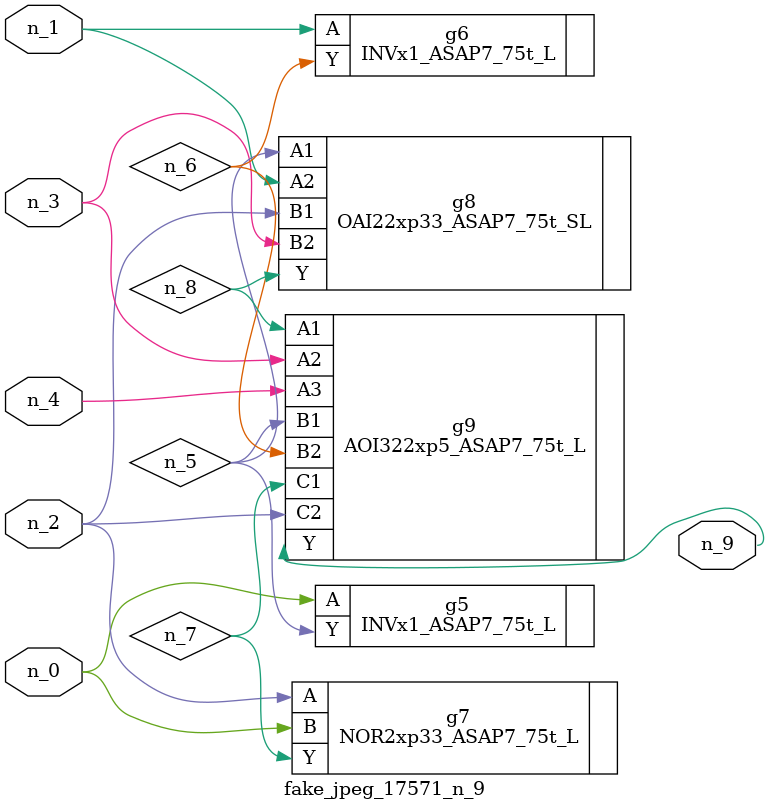
<source format=v>
module fake_jpeg_17571_n_9 (n_3, n_2, n_1, n_0, n_4, n_9);

input n_3;
input n_2;
input n_1;
input n_0;
input n_4;

output n_9;

wire n_8;
wire n_6;
wire n_5;
wire n_7;

INVx1_ASAP7_75t_L g5 ( 
.A(n_0),
.Y(n_5)
);

INVx1_ASAP7_75t_L g6 ( 
.A(n_1),
.Y(n_6)
);

NOR2xp33_ASAP7_75t_L g7 ( 
.A(n_2),
.B(n_0),
.Y(n_7)
);

OAI22xp33_ASAP7_75t_SL g8 ( 
.A1(n_5),
.A2(n_1),
.B1(n_2),
.B2(n_3),
.Y(n_8)
);

AOI322xp5_ASAP7_75t_L g9 ( 
.A1(n_8),
.A2(n_3),
.A3(n_4),
.B1(n_5),
.B2(n_6),
.C1(n_7),
.C2(n_2),
.Y(n_9)
);


endmodule
</source>
